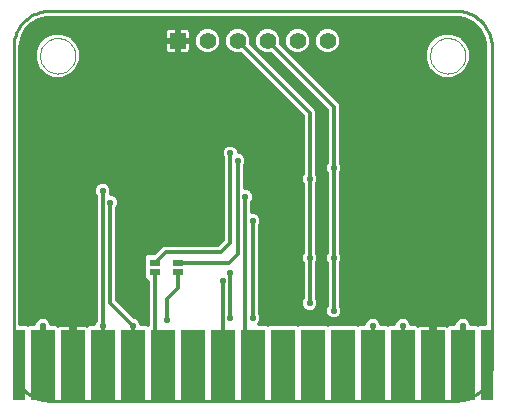
<source format=gbl>
G75*
G70*
%OFA0B0*%
%FSLAX24Y24*%
%IPPOS*%
%LPD*%
%AMOC8*
5,1,8,0,0,1.08239X$1,22.5*
%
%ADD10C,0.0100*%
%ADD11R,0.0787X0.2362*%
%ADD12R,0.0394X0.2362*%
%ADD13C,0.0000*%
%ADD14R,0.0550X0.0550*%
%ADD15C,0.0550*%
%ADD16R,0.0350X0.0240*%
%ADD17C,0.0120*%
%ADD18C,0.0220*%
%ADD19C,0.0200*%
D10*
X000328Y001364D02*
X000328Y011956D01*
X000330Y012023D01*
X000336Y012090D01*
X000345Y012157D01*
X000358Y012223D01*
X000375Y012288D01*
X000395Y012352D01*
X000419Y012415D01*
X000447Y012477D01*
X000478Y012536D01*
X000512Y012594D01*
X000549Y012650D01*
X000590Y012704D01*
X000633Y012756D01*
X000679Y012805D01*
X000728Y012851D01*
X000780Y012894D01*
X000834Y012935D01*
X000890Y012972D01*
X000948Y013006D01*
X001007Y013037D01*
X001069Y013065D01*
X001132Y013089D01*
X001196Y013109D01*
X001261Y013126D01*
X001327Y013139D01*
X001394Y013148D01*
X001461Y013154D01*
X001528Y013156D01*
X015072Y013156D01*
X015139Y013154D01*
X015206Y013148D01*
X015273Y013139D01*
X015339Y013126D01*
X015404Y013109D01*
X015468Y013089D01*
X015531Y013065D01*
X015593Y013037D01*
X015652Y013006D01*
X015710Y012972D01*
X015766Y012935D01*
X015820Y012894D01*
X015872Y012851D01*
X015921Y012805D01*
X015967Y012756D01*
X016010Y012704D01*
X016051Y012650D01*
X016088Y012594D01*
X016122Y012536D01*
X016153Y012477D01*
X016181Y012415D01*
X016205Y012352D01*
X016225Y012288D01*
X016242Y012223D01*
X016255Y012157D01*
X016264Y012090D01*
X016270Y012023D01*
X016272Y011956D01*
X016272Y001364D01*
X016270Y001297D01*
X016264Y001230D01*
X016255Y001163D01*
X016242Y001097D01*
X016225Y001032D01*
X016205Y000968D01*
X016181Y000905D01*
X016153Y000843D01*
X016122Y000784D01*
X016088Y000726D01*
X016051Y000670D01*
X016010Y000616D01*
X015967Y000564D01*
X015921Y000515D01*
X015872Y000469D01*
X015820Y000426D01*
X015766Y000385D01*
X015710Y000348D01*
X015652Y000314D01*
X015593Y000283D01*
X015531Y000255D01*
X015468Y000231D01*
X015404Y000211D01*
X015339Y000194D01*
X015273Y000181D01*
X015206Y000172D01*
X015139Y000166D01*
X015072Y000164D01*
X001528Y000164D01*
X001461Y000166D01*
X001394Y000172D01*
X001327Y000181D01*
X001261Y000194D01*
X001196Y000211D01*
X001132Y000231D01*
X001069Y000255D01*
X001007Y000283D01*
X000948Y000314D01*
X000890Y000348D01*
X000834Y000385D01*
X000780Y000426D01*
X000728Y000469D01*
X000679Y000515D01*
X000633Y000564D01*
X000590Y000616D01*
X000549Y000670D01*
X000512Y000726D01*
X000478Y000784D01*
X000447Y000843D01*
X000419Y000905D01*
X000395Y000968D01*
X000375Y001032D01*
X000358Y001097D01*
X000345Y001163D01*
X000336Y001230D01*
X000330Y001297D01*
X000328Y001364D01*
D11*
X001300Y001348D03*
X002300Y001348D03*
X003300Y001348D03*
X004300Y001348D03*
X005300Y001348D03*
X006300Y001348D03*
X007300Y001348D03*
X008300Y001348D03*
X009300Y001348D03*
X010300Y001348D03*
X011300Y001348D03*
X012300Y001348D03*
X013300Y001348D03*
X014300Y001348D03*
X015300Y001348D03*
D12*
X016095Y001348D03*
X000505Y001348D03*
D13*
X001209Y011660D02*
X001211Y011708D01*
X001217Y011756D01*
X001227Y011803D01*
X001240Y011849D01*
X001258Y011894D01*
X001278Y011938D01*
X001303Y011980D01*
X001331Y012019D01*
X001361Y012056D01*
X001395Y012090D01*
X001432Y012122D01*
X001470Y012151D01*
X001511Y012176D01*
X001554Y012198D01*
X001599Y012216D01*
X001645Y012230D01*
X001692Y012241D01*
X001740Y012248D01*
X001788Y012251D01*
X001836Y012250D01*
X001884Y012245D01*
X001932Y012236D01*
X001978Y012224D01*
X002023Y012207D01*
X002067Y012187D01*
X002109Y012164D01*
X002149Y012137D01*
X002187Y012107D01*
X002222Y012074D01*
X002254Y012038D01*
X002284Y012000D01*
X002310Y011959D01*
X002332Y011916D01*
X002352Y011872D01*
X002367Y011827D01*
X002379Y011780D01*
X002387Y011732D01*
X002391Y011684D01*
X002391Y011636D01*
X002387Y011588D01*
X002379Y011540D01*
X002367Y011493D01*
X002352Y011448D01*
X002332Y011404D01*
X002310Y011361D01*
X002284Y011320D01*
X002254Y011282D01*
X002222Y011246D01*
X002187Y011213D01*
X002149Y011183D01*
X002109Y011156D01*
X002067Y011133D01*
X002023Y011113D01*
X001978Y011096D01*
X001932Y011084D01*
X001884Y011075D01*
X001836Y011070D01*
X001788Y011069D01*
X001740Y011072D01*
X001692Y011079D01*
X001645Y011090D01*
X001599Y011104D01*
X001554Y011122D01*
X001511Y011144D01*
X001470Y011169D01*
X001432Y011198D01*
X001395Y011230D01*
X001361Y011264D01*
X001331Y011301D01*
X001303Y011340D01*
X001278Y011382D01*
X001258Y011426D01*
X001240Y011471D01*
X001227Y011517D01*
X001217Y011564D01*
X001211Y011612D01*
X001209Y011660D01*
X014209Y011660D02*
X014211Y011708D01*
X014217Y011756D01*
X014227Y011803D01*
X014240Y011849D01*
X014258Y011894D01*
X014278Y011938D01*
X014303Y011980D01*
X014331Y012019D01*
X014361Y012056D01*
X014395Y012090D01*
X014432Y012122D01*
X014470Y012151D01*
X014511Y012176D01*
X014554Y012198D01*
X014599Y012216D01*
X014645Y012230D01*
X014692Y012241D01*
X014740Y012248D01*
X014788Y012251D01*
X014836Y012250D01*
X014884Y012245D01*
X014932Y012236D01*
X014978Y012224D01*
X015023Y012207D01*
X015067Y012187D01*
X015109Y012164D01*
X015149Y012137D01*
X015187Y012107D01*
X015222Y012074D01*
X015254Y012038D01*
X015284Y012000D01*
X015310Y011959D01*
X015332Y011916D01*
X015352Y011872D01*
X015367Y011827D01*
X015379Y011780D01*
X015387Y011732D01*
X015391Y011684D01*
X015391Y011636D01*
X015387Y011588D01*
X015379Y011540D01*
X015367Y011493D01*
X015352Y011448D01*
X015332Y011404D01*
X015310Y011361D01*
X015284Y011320D01*
X015254Y011282D01*
X015222Y011246D01*
X015187Y011213D01*
X015149Y011183D01*
X015109Y011156D01*
X015067Y011133D01*
X015023Y011113D01*
X014978Y011096D01*
X014932Y011084D01*
X014884Y011075D01*
X014836Y011070D01*
X014788Y011069D01*
X014740Y011072D01*
X014692Y011079D01*
X014645Y011090D01*
X014599Y011104D01*
X014554Y011122D01*
X014511Y011144D01*
X014470Y011169D01*
X014432Y011198D01*
X014395Y011230D01*
X014361Y011264D01*
X014331Y011301D01*
X014303Y011340D01*
X014278Y011382D01*
X014258Y011426D01*
X014240Y011471D01*
X014227Y011517D01*
X014217Y011564D01*
X014211Y011612D01*
X014209Y011660D01*
D14*
X005800Y012160D03*
D15*
X006800Y012160D03*
X007800Y012160D03*
X008800Y012160D03*
X009800Y012160D03*
X010800Y012160D03*
D16*
X005800Y004760D03*
X005800Y004460D03*
X005050Y004460D03*
X005050Y004760D03*
D17*
X005400Y005110D01*
X007250Y005110D01*
X007550Y005410D01*
X007550Y008410D01*
X007274Y008319D02*
X000558Y008319D01*
X000558Y008201D02*
X007310Y008201D01*
X007310Y008240D02*
X007310Y005509D01*
X007151Y005350D01*
X005352Y005350D01*
X005264Y005313D01*
X005041Y005090D01*
X004775Y005090D01*
X004670Y004985D01*
X004670Y004235D01*
X004775Y004130D01*
X004810Y004130D01*
X004810Y002688D01*
X004800Y002678D01*
X004768Y002709D01*
X004590Y002709D01*
X004590Y002718D01*
X004546Y002824D01*
X004464Y002906D01*
X004358Y002950D01*
X004349Y002950D01*
X003790Y003509D01*
X003790Y006590D01*
X003796Y006596D01*
X003840Y006702D01*
X003840Y006818D01*
X003796Y006924D01*
X003714Y007006D01*
X003608Y007050D01*
X003568Y007050D01*
X003590Y007102D01*
X003590Y007218D01*
X003546Y007324D01*
X003464Y007406D01*
X003358Y007450D01*
X003242Y007450D01*
X003136Y007406D01*
X003054Y007324D01*
X003010Y007218D01*
X003010Y007102D01*
X003054Y006996D01*
X003060Y006990D01*
X003060Y002830D01*
X003054Y002824D01*
X003010Y002718D01*
X003010Y002709D01*
X002832Y002709D01*
X002784Y002662D01*
X002755Y002678D01*
X002715Y002689D01*
X002360Y002689D01*
X002360Y001408D01*
X002240Y001408D01*
X002240Y002689D01*
X001885Y002689D01*
X001845Y002678D01*
X001816Y002662D01*
X001768Y002709D01*
X001590Y002709D01*
X001590Y002718D01*
X001546Y002824D01*
X001464Y002906D01*
X001358Y002950D01*
X001242Y002950D01*
X001136Y002906D01*
X001054Y002824D01*
X001010Y002718D01*
X001010Y002709D01*
X000832Y002709D01*
X000804Y002681D01*
X000776Y002709D01*
X000558Y002709D01*
X000558Y011956D01*
X000566Y012083D01*
X000631Y012327D01*
X000758Y012547D01*
X000937Y012726D01*
X001156Y012852D01*
X001401Y012918D01*
X001528Y012926D01*
X015072Y012926D01*
X015199Y012918D01*
X015444Y012852D01*
X015663Y012726D01*
X015842Y012547D01*
X015969Y012327D01*
X016034Y012083D01*
X016042Y011956D01*
X016042Y002709D01*
X015824Y002709D01*
X015796Y002681D01*
X015768Y002709D01*
X015590Y002709D01*
X015590Y002718D01*
X015546Y002824D01*
X015464Y002906D01*
X015358Y002950D01*
X015242Y002950D01*
X015136Y002906D01*
X015054Y002824D01*
X015010Y002718D01*
X015010Y002709D01*
X014832Y002709D01*
X014784Y002662D01*
X014755Y002678D01*
X014715Y002689D01*
X014360Y002689D01*
X014360Y001408D01*
X014240Y001408D01*
X014240Y002689D01*
X013885Y002689D01*
X013845Y002678D01*
X013816Y002662D01*
X013768Y002709D01*
X013590Y002709D01*
X013590Y002718D01*
X013546Y002824D01*
X013464Y002906D01*
X013358Y002950D01*
X013242Y002950D01*
X013136Y002906D01*
X013054Y002824D01*
X013010Y002718D01*
X013010Y002709D01*
X012832Y002709D01*
X012800Y002678D01*
X012768Y002709D01*
X012590Y002709D01*
X012590Y002718D01*
X012546Y002824D01*
X012464Y002906D01*
X012358Y002950D01*
X012242Y002950D01*
X012136Y002906D01*
X012054Y002824D01*
X012010Y002718D01*
X012010Y002709D01*
X011832Y002709D01*
X011800Y002678D01*
X011768Y002709D01*
X010832Y002709D01*
X010800Y002678D01*
X010768Y002709D01*
X009832Y002709D01*
X009800Y002678D01*
X009768Y002709D01*
X008832Y002709D01*
X008800Y002678D01*
X008768Y002709D01*
X008509Y002709D01*
X008546Y002746D01*
X008590Y002852D01*
X008590Y002968D01*
X008546Y003074D01*
X008540Y003080D01*
X008540Y005990D01*
X008546Y005996D01*
X008590Y006102D01*
X008590Y006218D01*
X008546Y006324D01*
X008464Y006406D01*
X008358Y006450D01*
X008290Y006450D01*
X008290Y006790D01*
X008296Y006796D01*
X008340Y006902D01*
X008340Y007018D01*
X008296Y007124D01*
X008214Y007206D01*
X008108Y007250D01*
X008040Y007250D01*
X008040Y007990D01*
X008046Y007996D01*
X008090Y008102D01*
X008090Y008218D01*
X008046Y008324D01*
X007964Y008406D01*
X007858Y008450D01*
X007840Y008450D01*
X007840Y008468D01*
X007796Y008574D01*
X007714Y008656D01*
X007608Y008700D01*
X007492Y008700D01*
X007386Y008656D01*
X007304Y008574D01*
X007260Y008468D01*
X007260Y008352D01*
X007304Y008246D01*
X007310Y008240D01*
X007310Y008082D02*
X000558Y008082D01*
X000558Y007964D02*
X007310Y007964D01*
X007310Y007845D02*
X000558Y007845D01*
X000558Y007727D02*
X007310Y007727D01*
X007310Y007608D02*
X000558Y007608D01*
X000558Y007490D02*
X007310Y007490D01*
X007310Y007371D02*
X003499Y007371D01*
X003576Y007253D02*
X007310Y007253D01*
X007310Y007134D02*
X003590Y007134D01*
X003691Y007016D02*
X007310Y007016D01*
X007310Y006897D02*
X003807Y006897D01*
X003840Y006779D02*
X007310Y006779D01*
X007310Y006660D02*
X003822Y006660D01*
X003790Y006541D02*
X007310Y006541D01*
X007310Y006423D02*
X003790Y006423D01*
X003790Y006304D02*
X007310Y006304D01*
X007310Y006186D02*
X003790Y006186D01*
X003790Y006067D02*
X007310Y006067D01*
X007310Y005949D02*
X003790Y005949D01*
X003790Y005830D02*
X007310Y005830D01*
X007310Y005712D02*
X003790Y005712D01*
X003790Y005593D02*
X007310Y005593D01*
X007276Y005475D02*
X003790Y005475D01*
X003790Y005356D02*
X007157Y005356D01*
X007500Y004760D02*
X005800Y004760D01*
X005800Y004460D02*
X005800Y003910D01*
X005450Y003560D01*
X005450Y002860D01*
X004810Y002868D02*
X004502Y002868D01*
X004577Y002749D02*
X004810Y002749D01*
X004810Y002986D02*
X004313Y002986D01*
X004194Y003105D02*
X004810Y003105D01*
X004810Y003223D02*
X004076Y003223D01*
X003957Y003342D02*
X004810Y003342D01*
X004810Y003460D02*
X003839Y003460D01*
X003790Y003579D02*
X004810Y003579D01*
X004810Y003697D02*
X003790Y003697D01*
X003790Y003816D02*
X004810Y003816D01*
X004810Y003934D02*
X003790Y003934D01*
X003790Y004053D02*
X004810Y004053D01*
X004734Y004171D02*
X003790Y004171D01*
X003790Y004290D02*
X004670Y004290D01*
X004670Y004408D02*
X003790Y004408D01*
X003790Y004527D02*
X004670Y004527D01*
X004670Y004645D02*
X003790Y004645D01*
X003790Y004764D02*
X004670Y004764D01*
X004670Y004882D02*
X003790Y004882D01*
X003790Y005001D02*
X004686Y005001D01*
X005070Y005119D02*
X003790Y005119D01*
X003790Y005238D02*
X005189Y005238D01*
X005050Y004460D02*
X005050Y001598D01*
X005300Y001348D01*
X004300Y001348D02*
X004300Y002660D01*
X003550Y003410D01*
X003550Y006760D01*
X003300Y007160D02*
X003300Y002660D01*
X003300Y001348D01*
X002360Y001446D02*
X002240Y001446D01*
X002240Y001564D02*
X002360Y001564D01*
X002360Y001683D02*
X002240Y001683D01*
X002240Y001801D02*
X002360Y001801D01*
X002360Y001920D02*
X002240Y001920D01*
X002240Y002038D02*
X002360Y002038D01*
X002360Y002157D02*
X002240Y002157D01*
X002240Y002275D02*
X002360Y002275D01*
X002360Y002394D02*
X002240Y002394D01*
X002240Y002512D02*
X002360Y002512D01*
X002360Y002631D02*
X002240Y002631D01*
X001577Y002749D02*
X003023Y002749D01*
X003060Y002868D02*
X001502Y002868D01*
X001098Y002868D02*
X000558Y002868D01*
X000558Y002986D02*
X003060Y002986D01*
X003060Y003105D02*
X000558Y003105D01*
X000558Y003223D02*
X003060Y003223D01*
X003060Y003342D02*
X000558Y003342D01*
X000558Y003460D02*
X003060Y003460D01*
X003060Y003579D02*
X000558Y003579D01*
X000558Y003697D02*
X003060Y003697D01*
X003060Y003816D02*
X000558Y003816D01*
X000558Y003934D02*
X003060Y003934D01*
X003060Y004053D02*
X000558Y004053D01*
X000558Y004171D02*
X003060Y004171D01*
X003060Y004290D02*
X000558Y004290D01*
X000558Y004408D02*
X003060Y004408D01*
X003060Y004527D02*
X000558Y004527D01*
X000558Y004645D02*
X003060Y004645D01*
X003060Y004764D02*
X000558Y004764D01*
X000558Y004882D02*
X003060Y004882D01*
X003060Y005001D02*
X000558Y005001D01*
X000558Y005119D02*
X003060Y005119D01*
X003060Y005238D02*
X000558Y005238D01*
X000558Y005356D02*
X003060Y005356D01*
X003060Y005475D02*
X000558Y005475D01*
X000558Y005593D02*
X003060Y005593D01*
X003060Y005712D02*
X000558Y005712D01*
X000558Y005830D02*
X003060Y005830D01*
X003060Y005949D02*
X000558Y005949D01*
X000558Y006067D02*
X003060Y006067D01*
X003060Y006186D02*
X000558Y006186D01*
X000558Y006304D02*
X003060Y006304D01*
X003060Y006423D02*
X000558Y006423D01*
X000558Y006541D02*
X003060Y006541D01*
X003060Y006660D02*
X000558Y006660D01*
X000558Y006779D02*
X003060Y006779D01*
X003060Y006897D02*
X000558Y006897D01*
X000558Y007016D02*
X003046Y007016D01*
X003010Y007134D02*
X000558Y007134D01*
X000558Y007253D02*
X003024Y007253D01*
X003101Y007371D02*
X000558Y007371D01*
X000558Y008438D02*
X007260Y008438D01*
X007297Y008556D02*
X000558Y008556D01*
X000558Y008675D02*
X007431Y008675D01*
X007669Y008675D02*
X009960Y008675D01*
X009960Y008793D02*
X000558Y008793D01*
X000558Y008912D02*
X009960Y008912D01*
X009960Y009030D02*
X000558Y009030D01*
X000558Y009149D02*
X009960Y009149D01*
X009960Y009267D02*
X000558Y009267D01*
X000558Y009386D02*
X009960Y009386D01*
X009960Y009504D02*
X000558Y009504D01*
X000558Y009623D02*
X009960Y009623D01*
X009960Y009661D02*
X009960Y007730D01*
X009954Y007724D01*
X009910Y007618D01*
X009910Y007502D01*
X009954Y007396D01*
X009960Y007390D01*
X009960Y005080D01*
X009954Y005074D01*
X009910Y004968D01*
X009910Y004852D01*
X009954Y004746D01*
X009960Y004740D01*
X009960Y003580D01*
X009954Y003574D01*
X009910Y003468D01*
X009910Y003352D01*
X009954Y003246D01*
X010036Y003164D01*
X010142Y003120D01*
X010258Y003120D01*
X010364Y003164D01*
X010446Y003246D01*
X010490Y003352D01*
X010490Y003468D01*
X010446Y003574D01*
X010440Y003580D01*
X010440Y004740D01*
X010446Y004746D01*
X010490Y004852D01*
X010490Y004968D01*
X010446Y005074D01*
X010440Y005080D01*
X010440Y007390D01*
X010446Y007396D01*
X010490Y007502D01*
X010490Y007618D01*
X010446Y007724D01*
X010440Y007730D01*
X010440Y009808D01*
X010403Y009896D01*
X008248Y012052D01*
X008255Y012069D01*
X008255Y012251D01*
X008186Y012418D01*
X008058Y012546D01*
X007891Y012615D01*
X007709Y012615D01*
X007542Y012546D01*
X007414Y012418D01*
X007345Y012251D01*
X007345Y012069D01*
X007414Y011902D01*
X007542Y011774D01*
X007709Y011705D01*
X007891Y011705D01*
X007908Y011712D01*
X009960Y009661D01*
X009880Y009741D02*
X000558Y009741D01*
X000558Y009860D02*
X009761Y009860D01*
X009643Y009978D02*
X000558Y009978D01*
X000558Y010097D02*
X009524Y010097D01*
X009406Y010215D02*
X000558Y010215D01*
X000558Y010334D02*
X009287Y010334D01*
X009169Y010452D02*
X000558Y010452D01*
X000558Y010571D02*
X009050Y010571D01*
X008932Y010689D02*
X000558Y010689D01*
X000558Y010808D02*
X008813Y010808D01*
X008695Y010926D02*
X002042Y010926D01*
X001953Y010889D02*
X002236Y011007D01*
X002453Y011224D01*
X002571Y011507D01*
X002571Y011813D01*
X002453Y012096D01*
X002236Y012313D01*
X001953Y012431D01*
X001647Y012431D01*
X001364Y012313D01*
X001147Y012096D01*
X001029Y011813D01*
X001029Y011507D01*
X001147Y011224D01*
X001364Y011007D01*
X001647Y010889D01*
X001953Y010889D01*
X002274Y011045D02*
X008576Y011045D01*
X008458Y011163D02*
X002393Y011163D01*
X002477Y011282D02*
X008339Y011282D01*
X008221Y011400D02*
X002526Y011400D01*
X002571Y011519D02*
X008102Y011519D01*
X007984Y011637D02*
X002571Y011637D01*
X002571Y011756D02*
X005429Y011756D01*
X005427Y011757D02*
X005463Y011736D01*
X005504Y011725D01*
X005772Y011725D01*
X005772Y012132D01*
X005828Y012132D01*
X005828Y012188D01*
X005772Y012188D01*
X005772Y012595D01*
X005504Y012595D01*
X005463Y012584D01*
X005427Y012563D01*
X005397Y012533D01*
X005376Y012497D01*
X005365Y012456D01*
X005365Y012188D01*
X005772Y012188D01*
X005772Y012132D01*
X005365Y012132D01*
X005365Y011864D01*
X005376Y011823D01*
X005397Y011787D01*
X005427Y011757D01*
X005365Y011874D02*
X002545Y011874D01*
X002496Y011993D02*
X005365Y011993D01*
X005365Y012111D02*
X002439Y012111D01*
X002320Y012230D02*
X005365Y012230D01*
X005365Y012348D02*
X002153Y012348D01*
X001447Y012348D02*
X000643Y012348D01*
X000605Y012230D02*
X001280Y012230D01*
X001161Y012111D02*
X000573Y012111D01*
X000560Y011993D02*
X001104Y011993D01*
X001055Y011874D02*
X000558Y011874D01*
X000558Y011756D02*
X001029Y011756D01*
X001029Y011637D02*
X000558Y011637D01*
X000558Y011519D02*
X001029Y011519D01*
X001074Y011400D02*
X000558Y011400D01*
X000558Y011282D02*
X001123Y011282D01*
X001207Y011163D02*
X000558Y011163D01*
X000558Y011045D02*
X001326Y011045D01*
X001558Y010926D02*
X000558Y010926D01*
X000712Y012467D02*
X005368Y012467D01*
X005467Y012585D02*
X000796Y012585D01*
X000915Y012704D02*
X015685Y012704D01*
X015804Y012585D02*
X010963Y012585D01*
X010891Y012615D02*
X010709Y012615D01*
X010542Y012546D01*
X010414Y012418D01*
X010345Y012251D01*
X010345Y012069D01*
X010414Y011902D01*
X010542Y011774D01*
X010709Y011705D01*
X010891Y011705D01*
X011058Y011774D01*
X011186Y011902D01*
X011255Y012069D01*
X011255Y012251D01*
X011186Y012418D01*
X011058Y012546D01*
X010891Y012615D01*
X011137Y012467D02*
X015888Y012467D01*
X015957Y012348D02*
X015153Y012348D01*
X015236Y012313D02*
X014953Y012431D01*
X014647Y012431D01*
X014364Y012313D01*
X014147Y012096D01*
X014029Y011813D01*
X014029Y011507D01*
X014147Y011224D01*
X014364Y011007D01*
X014647Y010889D01*
X014953Y010889D01*
X015236Y011007D01*
X015453Y011224D01*
X015571Y011507D01*
X015571Y011813D01*
X015453Y012096D01*
X015236Y012313D01*
X015320Y012230D02*
X015995Y012230D01*
X016027Y012111D02*
X015439Y012111D01*
X015496Y011993D02*
X016040Y011993D01*
X016042Y011874D02*
X015545Y011874D01*
X015571Y011756D02*
X016042Y011756D01*
X016042Y011637D02*
X015571Y011637D01*
X015571Y011519D02*
X016042Y011519D01*
X016042Y011400D02*
X015526Y011400D01*
X015477Y011282D02*
X016042Y011282D01*
X016042Y011163D02*
X015393Y011163D01*
X015274Y011045D02*
X016042Y011045D01*
X016042Y010926D02*
X015042Y010926D01*
X014558Y010926D02*
X010373Y010926D01*
X010255Y011045D02*
X014326Y011045D01*
X014207Y011163D02*
X010136Y011163D01*
X010018Y011282D02*
X014123Y011282D01*
X014074Y011400D02*
X009899Y011400D01*
X009781Y011519D02*
X014029Y011519D01*
X014029Y011637D02*
X009662Y011637D01*
X009709Y011705D02*
X009891Y011705D01*
X010058Y011774D01*
X010186Y011902D01*
X010255Y012069D01*
X010255Y012251D01*
X010186Y012418D01*
X010058Y012546D01*
X009891Y012615D01*
X009709Y012615D01*
X009542Y012546D01*
X009414Y012418D01*
X009345Y012251D01*
X009345Y012069D01*
X009414Y011902D01*
X009542Y011774D01*
X009709Y011705D01*
X009588Y011756D02*
X009544Y011756D01*
X009443Y011874D02*
X009425Y011874D01*
X009377Y011993D02*
X009307Y011993D01*
X009248Y012052D02*
X009255Y012069D01*
X009255Y012251D01*
X009186Y012418D01*
X009058Y012546D01*
X008891Y012615D01*
X008709Y012615D01*
X008542Y012546D01*
X008414Y012418D01*
X008345Y012251D01*
X008345Y012069D01*
X008414Y011902D01*
X008542Y011774D01*
X008709Y011705D01*
X008891Y011705D01*
X008908Y011712D01*
X010760Y009861D01*
X010760Y008080D01*
X010754Y008074D01*
X010710Y007968D01*
X010710Y007852D01*
X010754Y007746D01*
X010760Y007740D01*
X010760Y005080D01*
X010754Y005074D01*
X010710Y004968D01*
X010710Y004852D01*
X010754Y004746D01*
X010760Y004740D01*
X010760Y003330D01*
X010754Y003324D01*
X010710Y003218D01*
X010710Y003102D01*
X010754Y002996D01*
X010836Y002914D01*
X010942Y002870D01*
X011058Y002870D01*
X011164Y002914D01*
X011246Y002996D01*
X011290Y003102D01*
X011290Y003218D01*
X011246Y003324D01*
X011240Y003330D01*
X011240Y004740D01*
X011246Y004746D01*
X011290Y004852D01*
X011290Y004968D01*
X011246Y005074D01*
X011240Y005080D01*
X011240Y007740D01*
X011246Y007746D01*
X011290Y007852D01*
X011290Y007968D01*
X011246Y008074D01*
X011240Y008080D01*
X011240Y010008D01*
X011203Y010096D01*
X009248Y012052D01*
X009255Y012111D02*
X009345Y012111D01*
X009345Y012230D02*
X009255Y012230D01*
X009215Y012348D02*
X009385Y012348D01*
X009463Y012467D02*
X009137Y012467D01*
X008963Y012585D02*
X009637Y012585D01*
X009963Y012585D02*
X010637Y012585D01*
X010463Y012467D02*
X010137Y012467D01*
X010215Y012348D02*
X010385Y012348D01*
X010345Y012230D02*
X010255Y012230D01*
X010255Y012111D02*
X010345Y012111D01*
X010377Y011993D02*
X010223Y011993D01*
X010157Y011874D02*
X010443Y011874D01*
X010588Y011756D02*
X010012Y011756D01*
X009339Y011282D02*
X009018Y011282D01*
X008899Y011400D02*
X009221Y011400D01*
X009102Y011519D02*
X008781Y011519D01*
X008662Y011637D02*
X008984Y011637D01*
X008588Y011756D02*
X008544Y011756D01*
X008443Y011874D02*
X008425Y011874D01*
X008377Y011993D02*
X008307Y011993D01*
X008345Y012111D02*
X008255Y012111D01*
X008255Y012230D02*
X008345Y012230D01*
X008385Y012348D02*
X008215Y012348D01*
X008137Y012467D02*
X008463Y012467D01*
X008637Y012585D02*
X007963Y012585D01*
X007637Y012585D02*
X006963Y012585D01*
X006891Y012615D02*
X007058Y012546D01*
X007186Y012418D01*
X007255Y012251D01*
X007255Y012069D01*
X007186Y011902D01*
X007058Y011774D01*
X006891Y011705D01*
X006709Y011705D01*
X006542Y011774D01*
X006414Y011902D01*
X006345Y012069D01*
X006345Y012251D01*
X006414Y012418D01*
X006542Y012546D01*
X006709Y012615D01*
X006891Y012615D01*
X006637Y012585D02*
X006133Y012585D01*
X006137Y012584D02*
X006096Y012595D01*
X005828Y012595D01*
X005828Y012188D01*
X006235Y012188D01*
X006235Y012456D01*
X006224Y012497D01*
X006203Y012533D01*
X006173Y012563D01*
X006137Y012584D01*
X006232Y012467D02*
X006463Y012467D01*
X006385Y012348D02*
X006235Y012348D01*
X006235Y012230D02*
X006345Y012230D01*
X006345Y012111D02*
X006235Y012111D01*
X006235Y012132D02*
X005828Y012132D01*
X005828Y011725D01*
X006096Y011725D01*
X006137Y011736D01*
X006173Y011757D01*
X006203Y011787D01*
X006224Y011823D01*
X006235Y011864D01*
X006235Y012132D01*
X006235Y011993D02*
X006377Y011993D01*
X006443Y011874D02*
X006235Y011874D01*
X006171Y011756D02*
X006588Y011756D01*
X007012Y011756D02*
X007588Y011756D01*
X007443Y011874D02*
X007157Y011874D01*
X007223Y011993D02*
X007377Y011993D01*
X007345Y012111D02*
X007255Y012111D01*
X007255Y012230D02*
X007345Y012230D01*
X007385Y012348D02*
X007215Y012348D01*
X007137Y012467D02*
X007463Y012467D01*
X007800Y012160D02*
X010200Y009760D01*
X010200Y007560D01*
X010200Y007360D01*
X010200Y004910D01*
X010200Y003410D01*
X009976Y003223D02*
X008540Y003223D01*
X008540Y003105D02*
X010710Y003105D01*
X010712Y003223D02*
X010424Y003223D01*
X010486Y003342D02*
X010760Y003342D01*
X010760Y003460D02*
X010490Y003460D01*
X010441Y003579D02*
X010760Y003579D01*
X010760Y003697D02*
X010440Y003697D01*
X010440Y003816D02*
X010760Y003816D01*
X010760Y003934D02*
X010440Y003934D01*
X010440Y004053D02*
X010760Y004053D01*
X010760Y004171D02*
X010440Y004171D01*
X010440Y004290D02*
X010760Y004290D01*
X010760Y004408D02*
X010440Y004408D01*
X010440Y004527D02*
X010760Y004527D01*
X010760Y004645D02*
X010440Y004645D01*
X010453Y004764D02*
X010747Y004764D01*
X010710Y004882D02*
X010490Y004882D01*
X010476Y005001D02*
X010724Y005001D01*
X010760Y005119D02*
X010440Y005119D01*
X010440Y005238D02*
X010760Y005238D01*
X010760Y005356D02*
X010440Y005356D01*
X010440Y005475D02*
X010760Y005475D01*
X010760Y005593D02*
X010440Y005593D01*
X010440Y005712D02*
X010760Y005712D01*
X010760Y005830D02*
X010440Y005830D01*
X010440Y005949D02*
X010760Y005949D01*
X010760Y006067D02*
X010440Y006067D01*
X010440Y006186D02*
X010760Y006186D01*
X010760Y006304D02*
X010440Y006304D01*
X010440Y006423D02*
X010760Y006423D01*
X010760Y006541D02*
X010440Y006541D01*
X010440Y006660D02*
X010760Y006660D01*
X010760Y006779D02*
X010440Y006779D01*
X010440Y006897D02*
X010760Y006897D01*
X010760Y007016D02*
X010440Y007016D01*
X010440Y007134D02*
X010760Y007134D01*
X010760Y007253D02*
X010440Y007253D01*
X010440Y007371D02*
X010760Y007371D01*
X010760Y007490D02*
X010485Y007490D01*
X010490Y007608D02*
X010760Y007608D01*
X010760Y007727D02*
X010444Y007727D01*
X010440Y007845D02*
X010713Y007845D01*
X010710Y007964D02*
X010440Y007964D01*
X010440Y008082D02*
X010760Y008082D01*
X010760Y008201D02*
X010440Y008201D01*
X010440Y008319D02*
X010760Y008319D01*
X010760Y008438D02*
X010440Y008438D01*
X010440Y008556D02*
X010760Y008556D01*
X010760Y008675D02*
X010440Y008675D01*
X010440Y008793D02*
X010760Y008793D01*
X010760Y008912D02*
X010440Y008912D01*
X010440Y009030D02*
X010760Y009030D01*
X010760Y009149D02*
X010440Y009149D01*
X010440Y009267D02*
X010760Y009267D01*
X010760Y009386D02*
X010440Y009386D01*
X010440Y009504D02*
X010760Y009504D01*
X010760Y009623D02*
X010440Y009623D01*
X010440Y009741D02*
X010760Y009741D01*
X010760Y009860D02*
X010419Y009860D01*
X010321Y009978D02*
X010643Y009978D01*
X010524Y010097D02*
X010203Y010097D01*
X010084Y010215D02*
X010406Y010215D01*
X010287Y010334D02*
X009966Y010334D01*
X009847Y010452D02*
X010169Y010452D01*
X010050Y010571D02*
X009729Y010571D01*
X009610Y010689D02*
X009932Y010689D01*
X009813Y010808D02*
X009492Y010808D01*
X009373Y010926D02*
X009695Y010926D01*
X009576Y011045D02*
X009255Y011045D01*
X009136Y011163D02*
X009458Y011163D01*
X008550Y011410D02*
X007800Y012160D01*
X008800Y012160D02*
X011000Y009960D01*
X011000Y007910D01*
X011000Y007710D01*
X011000Y004910D01*
X011000Y003160D01*
X010763Y002986D02*
X008582Y002986D01*
X008590Y002868D02*
X012098Y002868D01*
X012023Y002749D02*
X008547Y002749D01*
X008300Y002910D02*
X008300Y006160D01*
X008423Y006423D02*
X009960Y006423D01*
X009960Y006304D02*
X008554Y006304D01*
X008590Y006186D02*
X009960Y006186D01*
X009960Y006067D02*
X008576Y006067D01*
X008540Y005949D02*
X009960Y005949D01*
X009960Y005830D02*
X008540Y005830D01*
X008540Y005712D02*
X009960Y005712D01*
X009960Y005593D02*
X008540Y005593D01*
X008540Y005475D02*
X009960Y005475D01*
X009960Y005356D02*
X008540Y005356D01*
X008540Y005238D02*
X009960Y005238D01*
X009960Y005119D02*
X008540Y005119D01*
X008540Y005001D02*
X009924Y005001D01*
X009910Y004882D02*
X008540Y004882D01*
X008540Y004764D02*
X009947Y004764D01*
X009960Y004645D02*
X008540Y004645D01*
X008540Y004527D02*
X009960Y004527D01*
X009960Y004408D02*
X008540Y004408D01*
X008540Y004290D02*
X009960Y004290D01*
X009960Y004171D02*
X008540Y004171D01*
X008540Y004053D02*
X009960Y004053D01*
X009960Y003934D02*
X008540Y003934D01*
X008540Y003816D02*
X009960Y003816D01*
X009960Y003697D02*
X008540Y003697D01*
X008540Y003579D02*
X009959Y003579D01*
X009910Y003460D02*
X008540Y003460D01*
X008540Y003342D02*
X009914Y003342D01*
X011240Y003342D02*
X016042Y003342D01*
X016042Y003460D02*
X011240Y003460D01*
X011240Y003579D02*
X016042Y003579D01*
X016042Y003697D02*
X011240Y003697D01*
X011240Y003816D02*
X016042Y003816D01*
X016042Y003934D02*
X011240Y003934D01*
X011240Y004053D02*
X016042Y004053D01*
X016042Y004171D02*
X011240Y004171D01*
X011240Y004290D02*
X016042Y004290D01*
X016042Y004408D02*
X011240Y004408D01*
X011240Y004527D02*
X016042Y004527D01*
X016042Y004645D02*
X011240Y004645D01*
X011253Y004764D02*
X016042Y004764D01*
X016042Y004882D02*
X011290Y004882D01*
X011276Y005001D02*
X016042Y005001D01*
X016042Y005119D02*
X011240Y005119D01*
X011240Y005238D02*
X016042Y005238D01*
X016042Y005356D02*
X011240Y005356D01*
X011240Y005475D02*
X016042Y005475D01*
X016042Y005593D02*
X011240Y005593D01*
X011240Y005712D02*
X016042Y005712D01*
X016042Y005830D02*
X011240Y005830D01*
X011240Y005949D02*
X016042Y005949D01*
X016042Y006067D02*
X011240Y006067D01*
X011240Y006186D02*
X016042Y006186D01*
X016042Y006304D02*
X011240Y006304D01*
X011240Y006423D02*
X016042Y006423D01*
X016042Y006541D02*
X011240Y006541D01*
X011240Y006660D02*
X016042Y006660D01*
X016042Y006779D02*
X011240Y006779D01*
X011240Y006897D02*
X016042Y006897D01*
X016042Y007016D02*
X011240Y007016D01*
X011240Y007134D02*
X016042Y007134D01*
X016042Y007253D02*
X011240Y007253D01*
X011240Y007371D02*
X016042Y007371D01*
X016042Y007490D02*
X011240Y007490D01*
X011240Y007608D02*
X016042Y007608D01*
X016042Y007727D02*
X011240Y007727D01*
X011287Y007845D02*
X016042Y007845D01*
X016042Y007964D02*
X011290Y007964D01*
X011240Y008082D02*
X016042Y008082D01*
X016042Y008201D02*
X011240Y008201D01*
X011240Y008319D02*
X016042Y008319D01*
X016042Y008438D02*
X011240Y008438D01*
X011240Y008556D02*
X016042Y008556D01*
X016042Y008675D02*
X011240Y008675D01*
X011240Y008793D02*
X016042Y008793D01*
X016042Y008912D02*
X011240Y008912D01*
X011240Y009030D02*
X016042Y009030D01*
X016042Y009149D02*
X011240Y009149D01*
X011240Y009267D02*
X016042Y009267D01*
X016042Y009386D02*
X011240Y009386D01*
X011240Y009504D02*
X016042Y009504D01*
X016042Y009623D02*
X011240Y009623D01*
X011240Y009741D02*
X016042Y009741D01*
X016042Y009860D02*
X011240Y009860D01*
X011240Y009978D02*
X016042Y009978D01*
X016042Y010097D02*
X011203Y010097D01*
X011084Y010215D02*
X016042Y010215D01*
X016042Y010334D02*
X010966Y010334D01*
X010847Y010452D02*
X016042Y010452D01*
X016042Y010571D02*
X010729Y010571D01*
X010610Y010689D02*
X016042Y010689D01*
X016042Y010808D02*
X010492Y010808D01*
X011012Y011756D02*
X014029Y011756D01*
X014055Y011874D02*
X011157Y011874D01*
X011223Y011993D02*
X014104Y011993D01*
X014161Y012111D02*
X011255Y012111D01*
X011255Y012230D02*
X014280Y012230D01*
X014447Y012348D02*
X011215Y012348D01*
X015496Y012822D02*
X001104Y012822D01*
X005772Y012585D02*
X005828Y012585D01*
X005828Y012467D02*
X005772Y012467D01*
X005772Y012348D02*
X005828Y012348D01*
X005828Y012230D02*
X005772Y012230D01*
X005772Y012111D02*
X005828Y012111D01*
X005828Y011993D02*
X005772Y011993D01*
X005772Y011874D02*
X005828Y011874D01*
X005828Y011756D02*
X005772Y011756D01*
X007803Y008556D02*
X009960Y008556D01*
X009960Y008438D02*
X007888Y008438D01*
X008048Y008319D02*
X009960Y008319D01*
X009960Y008201D02*
X008090Y008201D01*
X008082Y008082D02*
X009960Y008082D01*
X009960Y007964D02*
X008040Y007964D01*
X008040Y007845D02*
X009960Y007845D01*
X009956Y007727D02*
X008040Y007727D01*
X008040Y007608D02*
X009910Y007608D01*
X009915Y007490D02*
X008040Y007490D01*
X008040Y007371D02*
X009960Y007371D01*
X009960Y007253D02*
X008040Y007253D01*
X008286Y007134D02*
X009960Y007134D01*
X009960Y007016D02*
X008340Y007016D01*
X008338Y006897D02*
X009960Y006897D01*
X009960Y006779D02*
X008290Y006779D01*
X008290Y006660D02*
X009960Y006660D01*
X009960Y006541D02*
X008290Y006541D01*
X008050Y006960D02*
X008050Y001598D01*
X008300Y001348D01*
X007300Y001348D02*
X007300Y004160D01*
X007550Y004410D02*
X007550Y002910D01*
X007500Y004760D02*
X007800Y005060D01*
X007800Y008160D01*
X011288Y003223D02*
X016042Y003223D01*
X016042Y003105D02*
X011290Y003105D01*
X011237Y002986D02*
X016042Y002986D01*
X016042Y002868D02*
X015502Y002868D01*
X015577Y002749D02*
X016042Y002749D01*
X015098Y002868D02*
X013502Y002868D01*
X013577Y002749D02*
X015023Y002749D01*
X014360Y002631D02*
X014240Y002631D01*
X014240Y002512D02*
X014360Y002512D01*
X014360Y002394D02*
X014240Y002394D01*
X014240Y002275D02*
X014360Y002275D01*
X014360Y002157D02*
X014240Y002157D01*
X014240Y002038D02*
X014360Y002038D01*
X014360Y001920D02*
X014240Y001920D01*
X014240Y001801D02*
X014360Y001801D01*
X014360Y001683D02*
X014240Y001683D01*
X014240Y001564D02*
X014360Y001564D01*
X014360Y001446D02*
X014240Y001446D01*
X013300Y001348D02*
X013300Y002660D01*
X013098Y002868D02*
X012502Y002868D01*
X012577Y002749D02*
X013023Y002749D01*
X012300Y002660D02*
X012300Y001348D01*
X001023Y002749D02*
X000558Y002749D01*
D18*
X001300Y002660D03*
X002050Y002910D03*
X002550Y002910D03*
X003300Y002660D03*
X004300Y002660D03*
X005450Y002860D03*
X007300Y004160D03*
X007550Y004410D03*
X008800Y004660D03*
X009800Y004660D03*
X010200Y004910D03*
X010550Y004660D03*
X011000Y004910D03*
X011300Y004660D03*
X012050Y004410D03*
X012800Y004410D03*
X013800Y004910D03*
X012550Y005910D03*
X013800Y006410D03*
X014800Y006410D03*
X015550Y007410D03*
X014800Y008410D03*
X013550Y008410D03*
X013550Y009660D03*
X014550Y010160D03*
X012300Y010410D03*
X010550Y009910D03*
X009050Y009910D03*
X007550Y010660D03*
X007050Y009710D03*
X006300Y010660D03*
X005550Y009710D03*
X005050Y010660D03*
X003550Y010660D03*
X002550Y009610D03*
X001800Y010410D03*
X001050Y008910D03*
X002300Y008410D03*
X003300Y007910D03*
X003300Y007160D03*
X003550Y006760D03*
X004050Y006410D03*
X003900Y005610D03*
X002800Y005660D03*
X002300Y006410D03*
X001050Y007410D03*
X000800Y005660D03*
X004300Y008160D03*
X003550Y008910D03*
X004050Y009410D03*
X005800Y008160D03*
X005800Y007410D03*
X005050Y007410D03*
X006050Y006660D03*
X005300Y006410D03*
X006050Y005660D03*
X007050Y005660D03*
X008300Y006160D03*
X009050Y005910D03*
X008050Y006960D03*
X008300Y007660D03*
X007800Y008160D03*
X007550Y008410D03*
X009550Y007160D03*
X010200Y007560D03*
X010550Y007160D03*
X011000Y007910D03*
X011550Y007160D03*
X012800Y007160D03*
X012050Y008410D03*
X010550Y005910D03*
X010200Y003410D03*
X011000Y003160D03*
X012300Y002660D03*
X013300Y002660D03*
X013800Y002910D03*
X014550Y002910D03*
X015300Y002660D03*
X015800Y002910D03*
X015800Y005160D03*
X008300Y002910D03*
X007550Y002910D03*
D19*
X001300Y002660D02*
X001300Y001348D01*
X015300Y001348D02*
X015300Y002660D01*
M02*

</source>
